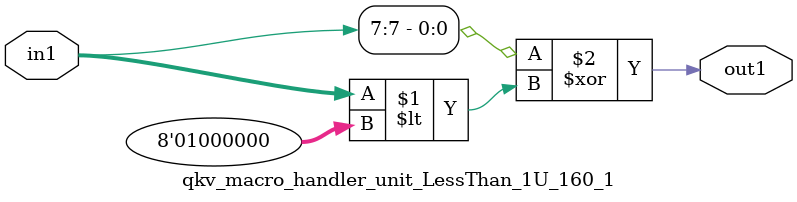
<source format=v>

`timescale 1ps / 1ps


module qkv_macro_handler_unit_LessThan_1U_160_1( in1, out1 );

    input [7:0] in1;
    output out1;

    
    // rtl_process:qkv_macro_handler_unit_LessThan_1U_160_1/qkv_macro_handler_unit_LessThan_1U_160_1_thread_1
    assign out1 = (in1[7] ^ in1 < 8'd064);

endmodule


</source>
